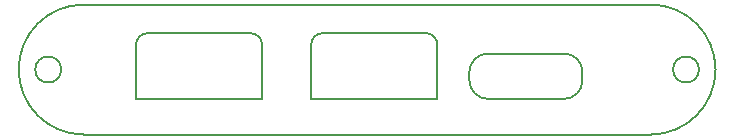
<source format=gbr>
%TF.GenerationSoftware,KiCad,Pcbnew,8.0.3*%
%TF.CreationDate,2024-06-23T16:24:10-07:00*%
%TF.ProjectId,backplate,6261636b-706c-4617-9465-2e6b69636164,rev?*%
%TF.SameCoordinates,Original*%
%TF.FileFunction,Profile,NP*%
%FSLAX46Y46*%
G04 Gerber Fmt 4.6, Leading zero omitted, Abs format (unit mm)*
G04 Created by KiCad (PCBNEW 8.0.3) date 2024-06-23 16:24:10*
%MOMM*%
%LPD*%
G01*
G04 APERTURE LIST*
%TA.AperFunction,Profile*%
%ADD10C,0.200000*%
%TD*%
G04 APERTURE END LIST*
D10*
X163179112Y-96895900D02*
X163179112Y-96895910D01*
X156743420Y-96895910D02*
X156743420Y-96895900D01*
X156743420Y-100730790D02*
X156743420Y-100730800D01*
X163179112Y-100730790D02*
X163179112Y-100730800D01*
X163179112Y-96895910D02*
G75*
G02*
X164727900Y-98444700I2J-1548786D01*
G01*
X164727900Y-99182000D02*
X164727900Y-98444700D01*
X164727900Y-99182000D02*
G75*
G02*
X163179112Y-100730790I-1548786J-4D01*
G01*
X156743420Y-100730800D02*
X163179112Y-100730800D01*
X156743420Y-100730790D02*
G75*
G02*
X155145530Y-99132899I0J1597890D01*
G01*
X155145530Y-98493800D02*
X155145530Y-99132899D01*
X155145530Y-98493800D02*
G75*
G02*
X156743420Y-96895910I1597890J0D01*
G01*
X163179112Y-96895900D02*
X156743420Y-96895900D01*
X136617701Y-95164700D02*
G75*
G02*
X137617700Y-96164699I0J-999999D01*
G01*
X137617700Y-100730800D02*
X137617700Y-96164699D01*
X126927000Y-100730800D02*
X137617700Y-100730800D01*
X126927000Y-96164699D02*
X126927000Y-100730800D01*
X126927000Y-96164699D02*
G75*
G02*
X127926999Y-95164700I999999J0D01*
G01*
X136617701Y-95164700D02*
X127926999Y-95164700D01*
X151455201Y-95164700D02*
G75*
G02*
X152455200Y-96164700I0J-999999D01*
G01*
X152455200Y-100730800D02*
X152455200Y-96164700D01*
X141764600Y-100730800D02*
X152455200Y-100730800D01*
X141764600Y-96164699D02*
X141764600Y-100730800D01*
X141764600Y-96164699D02*
G75*
G02*
X142764599Y-95164700I999999J0D01*
G01*
X151455201Y-95164700D02*
X142764599Y-95164700D01*
X120600000Y-98250000D02*
G75*
G02*
X118400000Y-98250000I-1100000J0D01*
G01*
X118400000Y-98250000D02*
G75*
G02*
X120600000Y-98250000I1100000J0D01*
G01*
X174600000Y-98250000D02*
G75*
G02*
X172400000Y-98250000I-1100000J0D01*
G01*
X172400000Y-98250000D02*
G75*
G02*
X174600000Y-98250000I1100000J0D01*
G01*
X122500000Y-103750000D02*
X170499970Y-103750000D01*
X122500000Y-103750000D02*
G75*
G02*
X122500000Y-92750000I0J5500000D01*
G01*
X170499970Y-92750000D02*
X122500000Y-92750000D01*
X170499970Y-92750000D02*
G75*
G02*
X170499970Y-103750000I0J-5500000D01*
G01*
M02*

</source>
